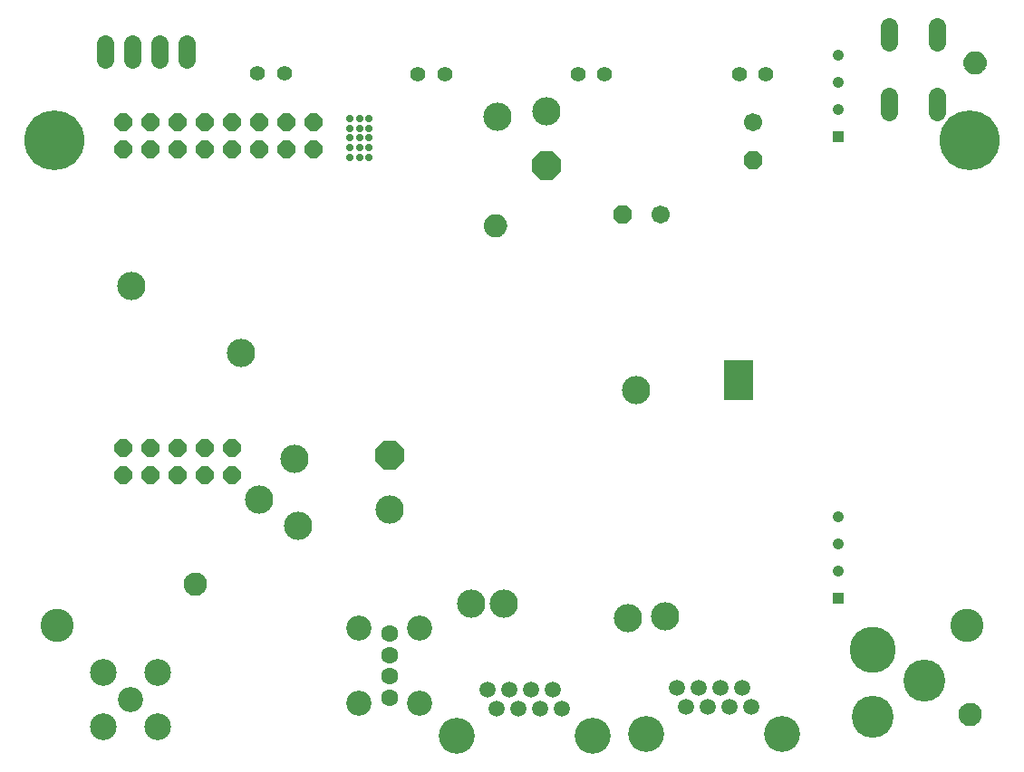
<source format=gbs>
G75*
%MOIN*%
%OFA0B0*%
%FSLAX24Y24*%
%IPPOS*%
%LPD*%
%AMOC8*
5,1,8,0,0,1.08239X$1,22.5*
%
%ADD10C,0.1221*%
%ADD11C,0.2205*%
%ADD12C,0.0280*%
%ADD13C,0.1040*%
%ADD14OC8,0.1040*%
%ADD15C,0.1700*%
%ADD16C,0.1542*%
%ADD17C,0.0670*%
%ADD18OC8,0.0670*%
%ADD19C,0.0631*%
%ADD20C,0.0926*%
%ADD21C,0.0552*%
%ADD22C,0.0512*%
%ADD23R,0.1103X0.1497*%
%ADD24C,0.0050*%
%ADD25OC8,0.0640*%
%ADD26C,0.0640*%
%ADD27C,0.1320*%
%ADD28C,0.0595*%
%ADD29C,0.0985*%
%ADD30R,0.0418X0.0418*%
%ADD31C,0.0418*%
D10*
X006155Y008188D03*
X039619Y008188D03*
D11*
X039718Y026062D03*
X006056Y026062D03*
D12*
X016930Y026148D03*
X016930Y026502D03*
X016930Y026856D03*
X017284Y026856D03*
X017284Y026502D03*
X017284Y026148D03*
X017639Y026148D03*
X017639Y026502D03*
X017639Y026856D03*
X017639Y025793D03*
X017639Y025439D03*
X017284Y025439D03*
X016930Y025439D03*
X016930Y025793D03*
X017284Y025793D03*
D13*
X022340Y026927D03*
X024143Y027115D03*
X012920Y018227D03*
X008900Y020687D03*
X014900Y014327D03*
X013580Y012827D03*
X015020Y011867D03*
X018404Y012464D03*
X021380Y008987D03*
X022580Y008987D03*
X027140Y008447D03*
X028520Y008507D03*
X027440Y016847D03*
D14*
X018404Y014464D03*
X024143Y025115D03*
D15*
X036160Y007282D03*
D16*
X038050Y006160D03*
X036160Y004821D03*
D17*
X028368Y023335D03*
X031760Y026727D03*
D18*
X031760Y025327D03*
X026968Y023335D03*
D19*
X018375Y007882D03*
X018375Y007094D03*
X018375Y006307D03*
X018375Y005520D03*
D20*
X017253Y005323D03*
X019497Y005323D03*
X019497Y008079D03*
X017253Y008079D03*
X008840Y005447D03*
D21*
X013523Y028514D03*
X014507Y028514D03*
X019434Y028493D03*
X020418Y028493D03*
X025314Y028493D03*
X026298Y028493D03*
X031254Y028493D03*
X032238Y028493D03*
D22*
X031220Y017207D03*
D23*
X031220Y017207D03*
D24*
X022621Y022711D02*
X022582Y022654D01*
X022533Y022606D01*
X022477Y022566D01*
X022415Y022537D01*
X022348Y022520D01*
X022280Y022514D01*
X022212Y022520D01*
X022145Y022537D01*
X022083Y022566D01*
X022027Y022606D01*
X021978Y022654D01*
X021939Y022711D01*
X021910Y022773D01*
X022650Y022773D01*
X022621Y022711D01*
X022627Y022725D02*
X021933Y022725D01*
X021910Y022773D02*
X021892Y022839D01*
X021886Y022907D01*
X021892Y022976D01*
X021910Y023042D01*
X021939Y023104D01*
X021978Y023160D01*
X022027Y023209D01*
X022083Y023248D01*
X022145Y023277D01*
X022212Y023295D01*
X022280Y023301D01*
X022348Y023295D01*
X022415Y023277D01*
X022477Y023248D01*
X022533Y023209D01*
X022582Y023160D01*
X022621Y023104D01*
X022650Y023042D01*
X022668Y022976D01*
X022674Y022907D01*
X022668Y022839D01*
X022650Y022773D01*
X022663Y022822D02*
X021897Y022822D01*
X021890Y022870D02*
X022670Y022870D01*
X022673Y022919D02*
X021887Y022919D01*
X021892Y022967D02*
X022668Y022967D01*
X022657Y023016D02*
X021903Y023016D01*
X021920Y023064D02*
X022640Y023064D01*
X022615Y023113D02*
X021945Y023113D01*
X021979Y023161D02*
X022581Y023161D01*
X022532Y023210D02*
X022028Y023210D01*
X022104Y023258D02*
X022456Y023258D01*
X022597Y022676D02*
X021963Y022676D01*
X022005Y022628D02*
X022555Y022628D01*
X022495Y022579D02*
X022065Y022579D01*
X022171Y022530D02*
X022389Y022530D01*
X011493Y010009D02*
X011542Y009960D01*
X011581Y009904D01*
X011610Y009842D01*
X011628Y009776D01*
X011634Y009707D01*
X011628Y009639D01*
X011610Y009573D01*
X011581Y009511D01*
X011542Y009454D01*
X011493Y009406D01*
X011437Y009366D01*
X011375Y009337D01*
X011308Y009320D01*
X011240Y009314D01*
X011172Y009320D01*
X011105Y009337D01*
X011043Y009366D01*
X010987Y009406D01*
X010938Y009454D01*
X010899Y009511D01*
X010870Y009573D01*
X010852Y009639D01*
X010846Y009707D01*
X010852Y009776D01*
X010870Y009842D01*
X010899Y009904D01*
X010938Y009960D01*
X010987Y010009D01*
X011043Y010048D01*
X011105Y010077D01*
X011172Y010095D01*
X011240Y010101D01*
X011308Y010095D01*
X011375Y010077D01*
X011437Y010048D01*
X011493Y010009D01*
X011481Y010017D02*
X010999Y010017D01*
X010947Y009969D02*
X011533Y009969D01*
X011570Y009920D02*
X010910Y009920D01*
X010884Y009872D02*
X011596Y009872D01*
X011615Y009823D02*
X010865Y009823D01*
X010852Y009775D02*
X011628Y009775D01*
X011632Y009726D02*
X010848Y009726D01*
X010849Y009678D02*
X011631Y009678D01*
X011625Y009629D02*
X010855Y009629D01*
X010868Y009581D02*
X011612Y009581D01*
X011591Y009532D02*
X010889Y009532D01*
X010918Y009484D02*
X011562Y009484D01*
X011523Y009435D02*
X010957Y009435D01*
X011014Y009387D02*
X011466Y009387D01*
X011377Y009338D02*
X011103Y009338D01*
X011081Y010066D02*
X011399Y010066D01*
X039352Y004976D02*
X039370Y005042D01*
X039399Y005104D01*
X039438Y005160D01*
X039487Y005209D01*
X039543Y005248D01*
X039605Y005277D01*
X039672Y005295D01*
X039740Y005301D01*
X039808Y005295D01*
X039875Y005277D01*
X039937Y005248D01*
X039993Y005209D01*
X040042Y005160D01*
X040081Y005104D01*
X040110Y005042D01*
X040128Y004976D01*
X040134Y004907D01*
X040128Y004839D01*
X040110Y004773D01*
X040081Y004711D01*
X040042Y004654D01*
X039993Y004606D01*
X039937Y004566D01*
X039875Y004537D01*
X039808Y004520D01*
X039740Y004514D01*
X039672Y004520D01*
X039605Y004537D01*
X039543Y004566D01*
X039487Y004606D01*
X039438Y004654D01*
X039399Y004711D01*
X039370Y004773D01*
X039352Y004839D01*
X039346Y004907D01*
X039352Y004976D01*
X039352Y004973D02*
X040128Y004973D01*
X040132Y004925D02*
X039348Y004925D01*
X039349Y004876D02*
X040131Y004876D01*
X040125Y004828D02*
X039355Y004828D01*
X039368Y004779D02*
X040112Y004779D01*
X040090Y004731D02*
X039390Y004731D01*
X039419Y004682D02*
X040061Y004682D01*
X040021Y004634D02*
X039459Y004634D01*
X039516Y004585D02*
X039964Y004585D01*
X039873Y004537D02*
X039607Y004537D01*
X039365Y005022D02*
X040115Y005022D01*
X040097Y005070D02*
X039383Y005070D01*
X039409Y005119D02*
X040071Y005119D01*
X040035Y005167D02*
X039445Y005167D01*
X039497Y005216D02*
X039983Y005216D01*
X039902Y005264D02*
X039578Y005264D01*
X039920Y028514D02*
X039852Y028520D01*
X039785Y028537D01*
X039723Y028566D01*
X039667Y028606D01*
X039618Y028654D01*
X039579Y028711D01*
X039550Y028773D01*
X039532Y028839D01*
X039526Y028907D01*
X039532Y028976D01*
X039550Y029042D01*
X039579Y029104D01*
X039618Y029160D01*
X039667Y029209D01*
X039723Y029248D01*
X039785Y029277D01*
X039852Y029295D01*
X039920Y029301D01*
X039988Y029295D01*
X040055Y029277D01*
X040117Y029248D01*
X040173Y029209D01*
X040222Y029160D01*
X040261Y029104D01*
X040290Y029042D01*
X040308Y028976D01*
X040314Y028907D01*
X040308Y028839D01*
X040290Y028773D01*
X040261Y028711D01*
X040222Y028654D01*
X040173Y028606D01*
X040117Y028566D01*
X040055Y028537D01*
X039988Y028520D01*
X039920Y028514D01*
X039770Y028545D02*
X040070Y028545D01*
X040155Y028593D02*
X039685Y028593D01*
X039631Y028642D02*
X040209Y028642D01*
X040247Y028690D02*
X039593Y028690D01*
X039566Y028739D02*
X040274Y028739D01*
X040294Y028787D02*
X039546Y028787D01*
X039533Y028836D02*
X040307Y028836D01*
X040312Y028884D02*
X039528Y028884D01*
X039528Y028933D02*
X040312Y028933D01*
X040306Y028981D02*
X039534Y028981D01*
X039547Y029030D02*
X040293Y029030D01*
X040273Y029078D02*
X039567Y029078D01*
X039595Y029127D02*
X040245Y029127D01*
X040207Y029175D02*
X039633Y029175D01*
X039688Y029224D02*
X040152Y029224D01*
X040066Y029272D02*
X039774Y029272D01*
D25*
X015580Y026727D03*
X014580Y026727D03*
X013580Y026727D03*
X012580Y026727D03*
X011580Y026727D03*
X010580Y026727D03*
X009580Y026727D03*
X008580Y026727D03*
X008580Y025727D03*
X009580Y025727D03*
X010580Y025727D03*
X011580Y025727D03*
X012580Y025727D03*
X013580Y025727D03*
X014580Y025727D03*
X015580Y025727D03*
X012580Y014727D03*
X011580Y014727D03*
X010580Y014727D03*
X010580Y013727D03*
X011580Y013727D03*
X012580Y013727D03*
X009580Y013727D03*
X008580Y013727D03*
X008580Y014727D03*
X009580Y014727D03*
D26*
X009920Y029007D02*
X009920Y029607D01*
X008920Y029607D02*
X008920Y029007D01*
X007920Y029007D02*
X007920Y029607D01*
X010920Y029607D02*
X010920Y029007D01*
X036750Y029647D02*
X036750Y030247D01*
X038530Y030247D02*
X038530Y029647D01*
X038530Y027687D02*
X038530Y027087D01*
X036750Y027087D02*
X036750Y027687D01*
D27*
X032820Y004187D03*
X027820Y004187D03*
X025860Y004127D03*
X020860Y004127D03*
D28*
X022325Y005127D03*
X021982Y005828D03*
X022781Y005828D03*
X023124Y005127D03*
X023923Y005127D03*
X023580Y005828D03*
X024380Y005828D03*
X024722Y005127D03*
X028942Y005888D03*
X029741Y005888D03*
X030540Y005888D03*
X031340Y005888D03*
X031682Y005187D03*
X030883Y005187D03*
X030084Y005187D03*
X029285Y005187D03*
D29*
X007840Y004447D03*
X009840Y004447D03*
X009840Y006447D03*
X007840Y006447D03*
D30*
X034902Y009176D03*
X034902Y026176D03*
D31*
X034902Y027176D03*
X034902Y028176D03*
X034902Y029176D03*
X034902Y012176D03*
X034902Y011176D03*
X034902Y010176D03*
M02*

</source>
